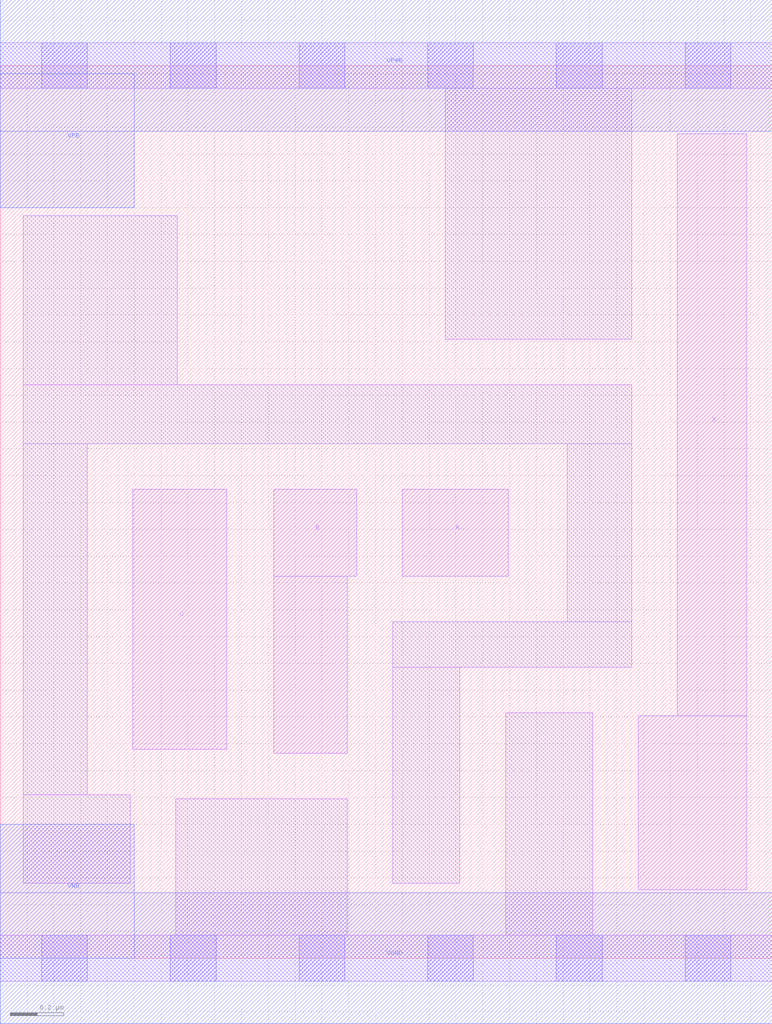
<source format=lef>
# Copyright 2020 The SkyWater PDK Authors
#
# Licensed under the Apache License, Version 2.0 (the "License");
# you may not use this file except in compliance with the License.
# You may obtain a copy of the License at
#
#     https://www.apache.org/licenses/LICENSE-2.0
#
# Unless required by applicable law or agreed to in writing, software
# distributed under the License is distributed on an "AS IS" BASIS,
# WITHOUT WARRANTIES OR CONDITIONS OF ANY KIND, either express or implied.
# See the License for the specific language governing permissions and
# limitations under the License.
#
# SPDX-License-Identifier: Apache-2.0

VERSION 5.5 ;
NAMESCASESENSITIVE ON ;
BUSBITCHARS "[]" ;
DIVIDERCHAR "/" ;
MACRO sky130_fd_sc_lp__or3_1
  CLASS CORE ;
  SOURCE USER ;
  ORIGIN  0.000000  0.000000 ;
  SIZE  2.880000 BY  3.330000 ;
  SYMMETRY X Y R90 ;
  SITE unit ;
  PIN A
    ANTENNAGATEAREA  0.126000 ;
    DIRECTION INPUT ;
    USE SIGNAL ;
    PORT
      LAYER li1 ;
        RECT 1.500000 1.425000 1.895000 1.750000 ;
    END
  END A
  PIN B
    ANTENNAGATEAREA  0.126000 ;
    DIRECTION INPUT ;
    USE SIGNAL ;
    PORT
      LAYER li1 ;
        RECT 1.020000 0.765000 1.295000 1.425000 ;
        RECT 1.020000 1.425000 1.330000 1.750000 ;
    END
  END B
  PIN C
    ANTENNAGATEAREA  0.126000 ;
    DIRECTION INPUT ;
    USE SIGNAL ;
    PORT
      LAYER li1 ;
        RECT 0.495000 0.780000 0.845000 1.750000 ;
    END
  END C
  PIN X
    ANTENNADIFFAREA  0.556500 ;
    DIRECTION OUTPUT ;
    USE SIGNAL ;
    PORT
      LAYER li1 ;
        RECT 2.380000 0.255000 2.785000 0.905000 ;
        RECT 2.525000 0.905000 2.785000 3.075000 ;
    END
  END X
  PIN VGND
    DIRECTION INOUT ;
    USE GROUND ;
    PORT
      LAYER met1 ;
        RECT 0.000000 -0.245000 2.880000 0.245000 ;
    END
  END VGND
  PIN VNB
    DIRECTION INOUT ;
    USE GROUND ;
    PORT
      LAYER met1 ;
        RECT 0.000000 0.000000 0.500000 0.500000 ;
    END
  END VNB
  PIN VPB
    DIRECTION INOUT ;
    USE POWER ;
    PORT
      LAYER met1 ;
        RECT 0.000000 2.800000 0.500000 3.300000 ;
    END
  END VPB
  PIN VPWR
    DIRECTION INOUT ;
    USE POWER ;
    PORT
      LAYER met1 ;
        RECT 0.000000 3.085000 2.880000 3.575000 ;
    END
  END VPWR
  OBS
    LAYER li1 ;
      RECT 0.000000 -0.085000 2.880000 0.085000 ;
      RECT 0.000000  3.245000 2.880000 3.415000 ;
      RECT 0.085000  0.280000 0.485000 0.610000 ;
      RECT 0.085000  0.610000 0.325000 1.920000 ;
      RECT 0.085000  1.920000 2.355000 2.140000 ;
      RECT 0.085000  2.140000 0.660000 2.770000 ;
      RECT 0.655000  0.085000 1.295000 0.595000 ;
      RECT 1.465000  0.280000 1.715000 1.085000 ;
      RECT 1.465000  1.085000 2.355000 1.255000 ;
      RECT 1.660000  2.310000 2.355000 3.245000 ;
      RECT 1.885000  0.085000 2.210000 0.915000 ;
      RECT 2.115000  1.255000 2.355000 1.920000 ;
    LAYER mcon ;
      RECT 0.155000 -0.085000 0.325000 0.085000 ;
      RECT 0.155000  3.245000 0.325000 3.415000 ;
      RECT 0.635000 -0.085000 0.805000 0.085000 ;
      RECT 0.635000  3.245000 0.805000 3.415000 ;
      RECT 1.115000 -0.085000 1.285000 0.085000 ;
      RECT 1.115000  3.245000 1.285000 3.415000 ;
      RECT 1.595000 -0.085000 1.765000 0.085000 ;
      RECT 1.595000  3.245000 1.765000 3.415000 ;
      RECT 2.075000 -0.085000 2.245000 0.085000 ;
      RECT 2.075000  3.245000 2.245000 3.415000 ;
      RECT 2.555000 -0.085000 2.725000 0.085000 ;
      RECT 2.555000  3.245000 2.725000 3.415000 ;
  END
END sky130_fd_sc_lp__or3_1
END LIBRARY

</source>
